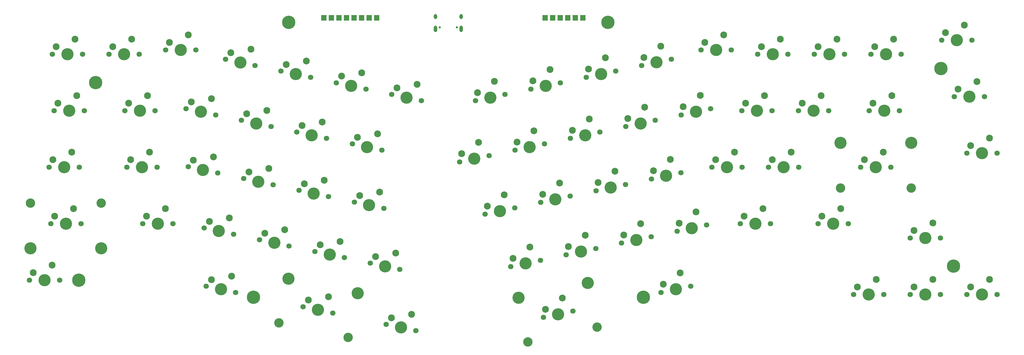
<source format=gts>
G04 #@! TF.GenerationSoftware,KiCad,Pcbnew,(5.1.7)-1*
G04 #@! TF.CreationDate,2020-10-24T21:34:06+07:00*
G04 #@! TF.ProjectId,arisu,61726973-752e-46b6-9963-61645f706362,1.1*
G04 #@! TF.SameCoordinates,Original*
G04 #@! TF.FileFunction,Soldermask,Top*
G04 #@! TF.FilePolarity,Negative*
%FSLAX46Y46*%
G04 Gerber Fmt 4.6, Leading zero omitted, Abs format (unit mm)*
G04 Created by KiCad (PCBNEW (5.1.7)-1) date 2020-10-24 21:34:06*
%MOMM*%
%LPD*%
G01*
G04 APERTURE LIST*
%ADD10O,1.102000X2.202000*%
%ADD11C,0.752000*%
%ADD12O,1.102000X1.702000*%
%ADD13C,4.502000*%
%ADD14C,2.302000*%
%ADD15C,4.102000*%
%ADD16C,1.802000*%
%ADD17C,3.152000*%
G04 APERTURE END LIST*
G36*
G01*
X145403000Y-27266000D02*
X145403000Y-25566000D01*
G75*
G02*
X145454000Y-25515000I51000J0D01*
G01*
X147154000Y-25515000D01*
G75*
G02*
X147205000Y-25566000I0J-51000D01*
G01*
X147205000Y-27266000D01*
G75*
G02*
X147154000Y-27317000I-51000J0D01*
G01*
X145454000Y-27317000D01*
G75*
G02*
X145403000Y-27266000I0J51000D01*
G01*
G37*
D10*
X179820000Y-30130000D03*
X171180000Y-30130000D03*
D11*
X172610000Y-29600000D03*
D12*
X171180000Y-25950000D03*
D11*
X178390000Y-29600000D03*
D12*
X179820000Y-25950000D03*
D13*
X241060266Y-120608720D03*
X345449949Y-110157503D03*
G36*
G01*
X219825000Y-27266000D02*
X219825000Y-25566000D01*
G75*
G02*
X219876000Y-25515000I51000J0D01*
G01*
X221576000Y-25515000D01*
G75*
G02*
X221627000Y-25566000I0J-51000D01*
G01*
X221627000Y-27266000D01*
G75*
G02*
X221576000Y-27317000I-51000J0D01*
G01*
X219876000Y-27317000D01*
G75*
G02*
X219825000Y-27266000I0J51000D01*
G01*
G37*
G36*
G01*
X217285000Y-27266000D02*
X217285000Y-25566000D01*
G75*
G02*
X217336000Y-25515000I51000J0D01*
G01*
X219036000Y-25515000D01*
G75*
G02*
X219087000Y-25566000I0J-51000D01*
G01*
X219087000Y-27266000D01*
G75*
G02*
X219036000Y-27317000I-51000J0D01*
G01*
X217336000Y-27317000D01*
G75*
G02*
X217285000Y-27266000I0J51000D01*
G01*
G37*
G36*
G01*
X214745000Y-27266000D02*
X214745000Y-25566000D01*
G75*
G02*
X214796000Y-25515000I51000J0D01*
G01*
X216496000Y-25515000D01*
G75*
G02*
X216547000Y-25566000I0J-51000D01*
G01*
X216547000Y-27266000D01*
G75*
G02*
X216496000Y-27317000I-51000J0D01*
G01*
X214796000Y-27317000D01*
G75*
G02*
X214745000Y-27266000I0J51000D01*
G01*
G37*
G36*
G01*
X212205000Y-27266000D02*
X212205000Y-25566000D01*
G75*
G02*
X212256000Y-25515000I51000J0D01*
G01*
X213956000Y-25515000D01*
G75*
G02*
X214007000Y-25566000I0J-51000D01*
G01*
X214007000Y-27266000D01*
G75*
G02*
X213956000Y-27317000I-51000J0D01*
G01*
X212256000Y-27317000D01*
G75*
G02*
X212205000Y-27266000I0J51000D01*
G01*
G37*
G36*
G01*
X209665000Y-27266000D02*
X209665000Y-25566000D01*
G75*
G02*
X209716000Y-25515000I51000J0D01*
G01*
X211416000Y-25515000D01*
G75*
G02*
X211467000Y-25566000I0J-51000D01*
G01*
X211467000Y-27266000D01*
G75*
G02*
X211416000Y-27317000I-51000J0D01*
G01*
X209716000Y-27317000D01*
G75*
G02*
X209665000Y-27266000I0J51000D01*
G01*
G37*
G36*
G01*
X207125000Y-27266000D02*
X207125000Y-25566000D01*
G75*
G02*
X207176000Y-25515000I51000J0D01*
G01*
X208876000Y-25515000D01*
G75*
G02*
X208927000Y-25566000I0J-51000D01*
G01*
X208927000Y-27266000D01*
G75*
G02*
X208876000Y-27317000I-51000J0D01*
G01*
X207176000Y-27317000D01*
G75*
G02*
X207125000Y-27266000I0J51000D01*
G01*
G37*
G36*
G01*
X140323000Y-27266000D02*
X140323000Y-25566000D01*
G75*
G02*
X140374000Y-25515000I51000J0D01*
G01*
X142074000Y-25515000D01*
G75*
G02*
X142125000Y-25566000I0J-51000D01*
G01*
X142125000Y-27266000D01*
G75*
G02*
X142074000Y-27317000I-51000J0D01*
G01*
X140374000Y-27317000D01*
G75*
G02*
X140323000Y-27266000I0J51000D01*
G01*
G37*
G36*
G01*
X137783000Y-27266000D02*
X137783000Y-25566000D01*
G75*
G02*
X137834000Y-25515000I51000J0D01*
G01*
X139534000Y-25515000D01*
G75*
G02*
X139585000Y-25566000I0J-51000D01*
G01*
X139585000Y-27266000D01*
G75*
G02*
X139534000Y-27317000I-51000J0D01*
G01*
X137834000Y-27317000D01*
G75*
G02*
X137783000Y-27266000I0J51000D01*
G01*
G37*
G36*
G01*
X135243000Y-27266000D02*
X135243000Y-25566000D01*
G75*
G02*
X135294000Y-25515000I51000J0D01*
G01*
X136994000Y-25515000D01*
G75*
G02*
X137045000Y-25566000I0J-51000D01*
G01*
X137045000Y-27266000D01*
G75*
G02*
X136994000Y-27317000I-51000J0D01*
G01*
X135294000Y-27317000D01*
G75*
G02*
X135243000Y-27266000I0J51000D01*
G01*
G37*
G36*
G01*
X132703000Y-27266000D02*
X132703000Y-25566000D01*
G75*
G02*
X132754000Y-25515000I51000J0D01*
G01*
X134454000Y-25515000D01*
G75*
G02*
X134505000Y-25566000I0J-51000D01*
G01*
X134505000Y-27266000D01*
G75*
G02*
X134454000Y-27317000I-51000J0D01*
G01*
X132754000Y-27317000D01*
G75*
G02*
X132703000Y-27266000I0J51000D01*
G01*
G37*
D14*
X49880000Y-33640000D03*
X43530000Y-36180000D03*
D15*
X47340000Y-38720000D03*
D16*
X42260000Y-38720000D03*
X52420000Y-38720000D03*
X53020000Y-57770000D03*
X42860000Y-57770000D03*
D15*
X47940000Y-57770000D03*
D14*
X44130000Y-55230000D03*
X50480000Y-52690000D03*
D16*
X51336250Y-76820000D03*
X41176250Y-76820000D03*
D15*
X46256250Y-76820000D03*
D14*
X42446250Y-74280000D03*
X48796250Y-71740000D03*
D17*
X58743750Y-88870000D03*
X34943750Y-88870000D03*
D15*
X34943750Y-104110000D03*
X58743750Y-104110000D03*
D16*
X51923750Y-95870000D03*
X41763750Y-95870000D03*
D15*
X46843750Y-95870000D03*
D14*
X43033750Y-93330000D03*
X49383750Y-90790000D03*
D16*
X44790000Y-114920000D03*
X34630000Y-114920000D03*
D15*
X39710000Y-114920000D03*
D14*
X35900000Y-112380000D03*
X42250000Y-109840000D03*
X68930000Y-33640000D03*
X62580000Y-36180000D03*
D15*
X66390000Y-38720000D03*
D16*
X61310000Y-38720000D03*
X71470000Y-38720000D03*
D14*
X74290000Y-52690000D03*
X67940000Y-55230000D03*
D15*
X71750000Y-57770000D03*
D16*
X66670000Y-57770000D03*
X76830000Y-57770000D03*
D14*
X74990000Y-71740000D03*
X68640000Y-74280000D03*
D15*
X72450000Y-76820000D03*
D16*
X67370000Y-76820000D03*
X77530000Y-76820000D03*
D14*
X80340000Y-90790000D03*
X73990000Y-93330000D03*
D15*
X77800000Y-95870000D03*
D16*
X72720000Y-95870000D03*
X82880000Y-95870000D03*
D14*
X87980000Y-32139615D03*
X81630000Y-34679615D03*
D15*
X85440000Y-37219615D03*
D16*
X80360000Y-37219615D03*
X90520000Y-37219615D03*
D14*
X95793034Y-53652945D03*
X89053701Y-54817200D03*
D15*
X92252348Y-58093839D03*
D16*
X87283358Y-57037647D03*
X97221338Y-59150030D03*
D14*
X96490701Y-73276838D03*
X89751368Y-74441093D03*
D15*
X92950015Y-77717732D03*
D16*
X87981025Y-76661540D03*
X97919005Y-78773923D03*
D14*
X101846783Y-93890907D03*
X95107450Y-95055162D03*
D15*
X98306097Y-98331801D03*
D16*
X93337107Y-97275609D03*
X103275087Y-99387992D03*
X103972788Y-119011881D03*
X94034808Y-116899498D03*
D15*
X99003798Y-117955689D03*
D14*
X95805151Y-114679051D03*
X102544484Y-113514795D03*
X109070692Y-36999602D03*
X102331359Y-38163857D03*
D15*
X105530006Y-41440496D03*
D16*
X100561016Y-40384304D03*
X110498996Y-42496687D03*
D14*
X114426744Y-57613671D03*
X107687411Y-58777926D03*
D15*
X110886058Y-62054565D03*
D16*
X105917068Y-60998373D03*
X115855048Y-63110756D03*
D14*
X115124411Y-77237565D03*
X108385078Y-78401820D03*
D15*
X111583725Y-81678459D03*
D16*
X106614735Y-80622267D03*
X116552715Y-82734650D03*
D14*
X120480493Y-97851633D03*
X113741160Y-99015888D03*
D15*
X116939807Y-102292527D03*
D16*
X111970817Y-101236335D03*
X121908797Y-103348718D03*
D14*
X127704403Y-40960320D03*
X120965070Y-42124575D03*
D15*
X124163717Y-45401214D03*
D16*
X119194727Y-44345022D03*
X129132707Y-46457405D03*
D14*
X133060454Y-61574398D03*
X126321121Y-62738653D03*
D15*
X129519768Y-66015292D03*
D16*
X124550778Y-64959100D03*
X134488758Y-67071483D03*
D14*
X133758121Y-81198292D03*
X127018788Y-82362547D03*
D15*
X130217435Y-85639186D03*
D16*
X125248445Y-84582994D03*
X135186425Y-86695377D03*
D14*
X139114202Y-101812360D03*
X132374869Y-102976615D03*
D15*
X135573516Y-106253254D03*
D16*
X130604526Y-105197062D03*
X140542506Y-107309445D03*
D17*
X141797364Y-134208124D03*
X118517451Y-129259826D03*
D15*
X121686025Y-114352856D03*
X144965938Y-119301154D03*
D16*
X136581779Y-125943133D03*
X126643799Y-123830750D03*
D15*
X131612789Y-124886942D03*
D14*
X128414142Y-121610303D03*
X135153475Y-120446047D03*
X146338115Y-44921038D03*
X139598782Y-46085293D03*
D15*
X142797429Y-49361932D03*
D16*
X137828439Y-48305740D03*
X147766419Y-50418123D03*
D14*
X151694164Y-65535125D03*
X144954831Y-66699380D03*
D15*
X148153478Y-69976019D03*
D16*
X143184488Y-68919827D03*
X153122468Y-71032210D03*
D14*
X152391831Y-85159019D03*
X145652498Y-86323274D03*
D15*
X148851145Y-89599913D03*
D16*
X143882155Y-88543721D03*
X153820135Y-90656104D03*
D14*
X157747912Y-105773087D03*
X151008579Y-106937342D03*
D15*
X154207226Y-110213981D03*
D16*
X149238236Y-109157789D03*
X159176216Y-111270172D03*
D14*
X163104049Y-126387116D03*
X156364716Y-127551371D03*
D15*
X159563363Y-130828010D03*
D16*
X154594373Y-129771818D03*
X164532353Y-131884201D03*
D14*
X164971827Y-48881755D03*
X158232494Y-50046010D03*
D15*
X161431141Y-53322649D03*
D16*
X156462151Y-52266457D03*
X166400131Y-54378840D03*
D14*
X185660941Y-68438939D03*
X179977800Y-72243673D03*
D15*
X184232638Y-73936024D03*
D16*
X179263648Y-74992215D03*
X189201628Y-72879833D03*
D14*
X194280062Y-86082491D03*
X188596921Y-89887225D03*
D15*
X192851759Y-91579576D03*
D16*
X187882769Y-92635767D03*
X197820749Y-90523385D03*
D14*
X202899183Y-103726043D03*
X197216042Y-107530777D03*
D15*
X201470880Y-109223128D03*
D16*
X196501890Y-110279319D03*
X206439870Y-108166937D03*
D14*
X191017168Y-47824840D03*
X185334027Y-51629574D03*
D15*
X189588865Y-53321925D03*
D16*
X184619875Y-54378116D03*
X194557855Y-52265734D03*
D14*
X204294652Y-64478221D03*
X198611511Y-68282955D03*
D15*
X202866349Y-69975306D03*
D16*
X197897359Y-71031497D03*
X207835339Y-68919115D03*
D14*
X212913773Y-82121773D03*
X207230632Y-85926507D03*
D15*
X211485470Y-87618858D03*
D16*
X206516480Y-88675049D03*
X216454460Y-86562667D03*
D14*
X221532895Y-99765325D03*
X215849754Y-103570059D03*
D15*
X220104592Y-105262410D03*
D16*
X215135602Y-106318601D03*
X225073582Y-104206219D03*
D17*
X225514604Y-130744422D03*
X202234691Y-135692720D03*
D15*
X199066117Y-120785751D03*
X222346030Y-115837453D03*
D16*
X217388255Y-125315347D03*
X207450276Y-127427729D03*
D15*
X212419266Y-126371538D03*
D14*
X208164428Y-124679187D03*
X213847569Y-120874453D03*
X209650880Y-43864122D03*
X203967739Y-47668856D03*
D15*
X208222577Y-49361207D03*
D16*
X203253587Y-50417398D03*
X213191567Y-48305016D03*
D14*
X222928364Y-60517504D03*
X217245223Y-64322238D03*
D15*
X221500061Y-66014589D03*
D16*
X216531071Y-67070780D03*
X226469051Y-64958398D03*
D14*
X231547485Y-78161056D03*
X225864344Y-81965790D03*
D15*
X230119182Y-83658141D03*
D16*
X225150192Y-84714332D03*
X235088172Y-82601950D03*
D14*
X240166606Y-95804608D03*
X234483465Y-99609342D03*
D15*
X238738303Y-101301693D03*
D16*
X233769313Y-102357884D03*
X243707293Y-100245502D03*
D14*
X228284592Y-39903405D03*
X222601451Y-43708139D03*
D15*
X226856289Y-45400490D03*
D16*
X221887299Y-46456681D03*
X231825279Y-44344299D03*
D14*
X241562076Y-56556786D03*
X235878935Y-60361520D03*
D15*
X240133773Y-62053871D03*
D16*
X235164783Y-63110062D03*
X245102763Y-60997680D03*
D14*
X250181197Y-74200338D03*
X244498056Y-78005072D03*
D15*
X248752894Y-79697423D03*
D16*
X243783904Y-80753614D03*
X253721884Y-78641232D03*
D14*
X258800318Y-91843890D03*
X253117177Y-95648624D03*
D15*
X257372015Y-97340975D03*
D16*
X252403025Y-98397166D03*
X262341005Y-96284784D03*
X256984892Y-116898834D03*
X247046912Y-119011217D03*
D15*
X252015902Y-117955026D03*
D14*
X247761064Y-116262674D03*
X253444205Y-112457940D03*
X246918303Y-35942687D03*
X241235162Y-39747421D03*
D15*
X245490000Y-41439772D03*
D16*
X240521010Y-42495963D03*
X250458990Y-40383581D03*
D14*
X260195788Y-52596068D03*
X254512647Y-56400802D03*
D15*
X258767485Y-58093153D03*
D16*
X253798495Y-59149344D03*
X263736475Y-57036962D03*
D14*
X271790000Y-71740000D03*
X265440000Y-74280000D03*
D15*
X269250000Y-76820000D03*
D16*
X264170000Y-76820000D03*
X274330000Y-76820000D03*
D14*
X281315019Y-90789998D03*
X274965019Y-93329998D03*
D15*
X278775019Y-95869998D03*
D16*
X273695019Y-95869998D03*
X283855019Y-95869998D03*
D14*
X268110000Y-32139615D03*
X261760000Y-34679615D03*
D15*
X265570000Y-37219615D03*
D16*
X260490000Y-37219615D03*
X270650000Y-37219615D03*
D14*
X281800000Y-52690000D03*
X275450000Y-55230000D03*
D15*
X279260000Y-57770000D03*
D16*
X274180000Y-57770000D03*
X284340000Y-57770000D03*
D14*
X290840000Y-71740000D03*
X284490000Y-74280000D03*
D15*
X288300000Y-76820000D03*
D16*
X283220000Y-76820000D03*
X293380000Y-76820000D03*
X310048769Y-95869998D03*
X299888769Y-95869998D03*
D15*
X304968769Y-95869998D03*
D14*
X301158769Y-93329998D03*
X307508769Y-90789998D03*
X287160000Y-33640000D03*
X280810000Y-36180000D03*
D15*
X284620000Y-38720000D03*
D16*
X279540000Y-38720000D03*
X289700000Y-38720000D03*
D14*
X300850000Y-52690000D03*
X294500000Y-55230000D03*
D15*
X298310000Y-57770000D03*
D16*
X293230000Y-57770000D03*
X303390000Y-57770000D03*
D17*
X331156250Y-83820000D03*
X307356250Y-83820000D03*
D15*
X307356250Y-68580000D03*
X331156250Y-68580000D03*
D16*
X324336250Y-76820000D03*
X314176250Y-76820000D03*
D15*
X319256250Y-76820000D03*
D14*
X315446250Y-74280000D03*
X321796250Y-71740000D03*
X319414949Y-114602503D03*
X313064949Y-117142503D03*
D15*
X316874949Y-119682503D03*
D16*
X311794949Y-119682503D03*
X321954949Y-119682503D03*
D14*
X306210000Y-33640000D03*
X299860000Y-36180000D03*
D15*
X303670000Y-38720000D03*
D16*
X298590000Y-38720000D03*
X308750000Y-38720000D03*
X327210000Y-57770000D03*
X317050000Y-57770000D03*
D15*
X322130000Y-57770000D03*
D14*
X318320000Y-55230000D03*
X324670000Y-52690000D03*
X338464949Y-95552503D03*
X332114949Y-98092503D03*
D15*
X335924949Y-100632503D03*
D16*
X330844949Y-100632503D03*
X341004949Y-100632503D03*
D14*
X338464949Y-114602503D03*
X332114949Y-117142503D03*
D15*
X335924949Y-119682503D03*
D16*
X330844949Y-119682503D03*
X341004949Y-119682503D03*
D14*
X325260000Y-33640000D03*
X318910000Y-36180000D03*
D15*
X322720000Y-38720000D03*
D16*
X317640000Y-38720000D03*
X327800000Y-38720000D03*
D14*
X349072542Y-28877509D03*
X342722542Y-31417509D03*
D15*
X346532542Y-33957509D03*
D16*
X341452542Y-33957509D03*
X351612542Y-33957509D03*
D14*
X353245000Y-47927516D03*
X346895000Y-50467516D03*
D15*
X350705000Y-53007516D03*
D16*
X345625000Y-53007516D03*
X355785000Y-53007516D03*
D14*
X357514949Y-66977519D03*
X351164949Y-69517519D03*
D15*
X354974949Y-72057519D03*
D16*
X349894949Y-72057519D03*
X360054949Y-72057519D03*
D14*
X357514949Y-114602503D03*
X351164949Y-117142503D03*
D15*
X354974949Y-119682503D03*
D16*
X349894949Y-119682503D03*
X360054949Y-119682503D03*
G36*
G01*
X150483000Y-27266000D02*
X150483000Y-25566000D01*
G75*
G02*
X150534000Y-25515000I51000J0D01*
G01*
X152234000Y-25515000D01*
G75*
G02*
X152285000Y-25566000I0J-51000D01*
G01*
X152285000Y-27266000D01*
G75*
G02*
X152234000Y-27317000I-51000J0D01*
G01*
X150534000Y-27317000D01*
G75*
G02*
X150483000Y-27266000I0J51000D01*
G01*
G37*
G36*
G01*
X147943000Y-27266000D02*
X147943000Y-25566000D01*
G75*
G02*
X147994000Y-25515000I51000J0D01*
G01*
X149694000Y-25515000D01*
G75*
G02*
X149745000Y-25566000I0J-51000D01*
G01*
X149745000Y-27266000D01*
G75*
G02*
X149694000Y-27317000I-51000J0D01*
G01*
X147994000Y-27317000D01*
G75*
G02*
X147943000Y-27266000I0J51000D01*
G01*
G37*
G36*
G01*
X142863000Y-27266000D02*
X142863000Y-25566000D01*
G75*
G02*
X142914000Y-25515000I51000J0D01*
G01*
X144614000Y-25515000D01*
G75*
G02*
X144665000Y-25566000I0J-51000D01*
G01*
X144665000Y-27266000D01*
G75*
G02*
X144614000Y-27317000I-51000J0D01*
G01*
X142914000Y-27317000D01*
G75*
G02*
X142863000Y-27266000I0J51000D01*
G01*
G37*
D13*
X56865000Y-48245000D03*
X51197500Y-114920000D03*
X121827220Y-27932509D03*
X109959436Y-120609368D03*
X229192785Y-27932509D03*
X341180000Y-43482516D03*
M02*

</source>
